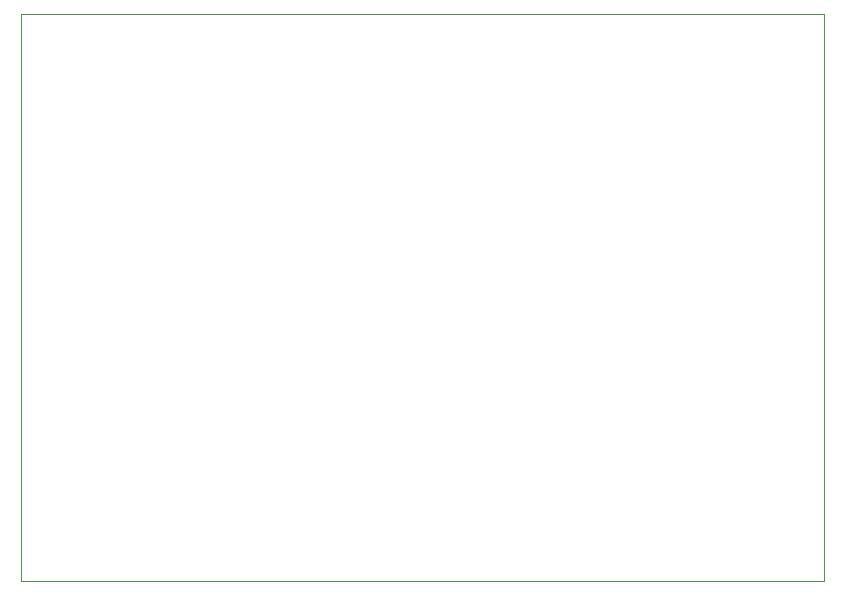
<source format=gbr>
%TF.GenerationSoftware,KiCad,Pcbnew,(6.0.6-0)*%
%TF.CreationDate,2022-07-04T00:08:46+08:00*%
%TF.ProjectId,__,8cc82e6b-6963-4616-945f-706362585858,rev?*%
%TF.SameCoordinates,Original*%
%TF.FileFunction,Profile,NP*%
%FSLAX46Y46*%
G04 Gerber Fmt 4.6, Leading zero omitted, Abs format (unit mm)*
G04 Created by KiCad (PCBNEW (6.0.6-0)) date 2022-07-04 00:08:46*
%MOMM*%
%LPD*%
G01*
G04 APERTURE LIST*
%TA.AperFunction,Profile*%
%ADD10C,0.100000*%
%TD*%
G04 APERTURE END LIST*
D10*
X131000000Y-113000000D02*
X63000000Y-113000000D01*
X63000000Y-65000000D01*
X131000000Y-65000000D01*
X131000000Y-113000000D01*
M02*

</source>
